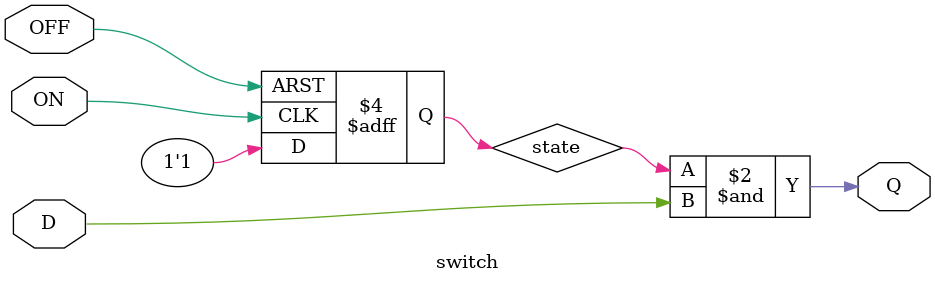
<source format=v>
/**
 * 开关模块, 一个input上升沿导通,另一个input上升沿关断
 */
module switch (   //开关模块
   input ON,   //上升沿触发"开"状态
   input OFF,  //上升沿触发"关"状态
   input D,    //信号输入
   output Q    //信号输出
);

   reg state = 0;

   always @ (posedge ON, posedge OFF) begin
      if (OFF) begin
         state <= 1'b0;
      end
      else begin
         state <= 1'b1;
      end
   end

   assign Q = state & D;

endmodule   //switch 开关模块
</source>
